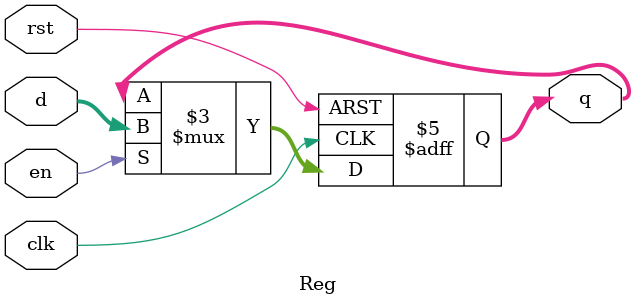
<source format=v>
`timescale 1ns / 1ps

module Reg #(parameter WIDTH = 4)
(input wire clk, rst, en, input wire [WIDTH-1:0] d, output reg [WIDTH-1:0] q);
// asynchronous, active HIGH reset w. enable input
    always @(posedge clk, posedge rst)
        if (rst) q <= 0;
        //else if (!en) q <= 0;
        else if (en) q <= d;
        else q <= q;
endmodule
</source>
